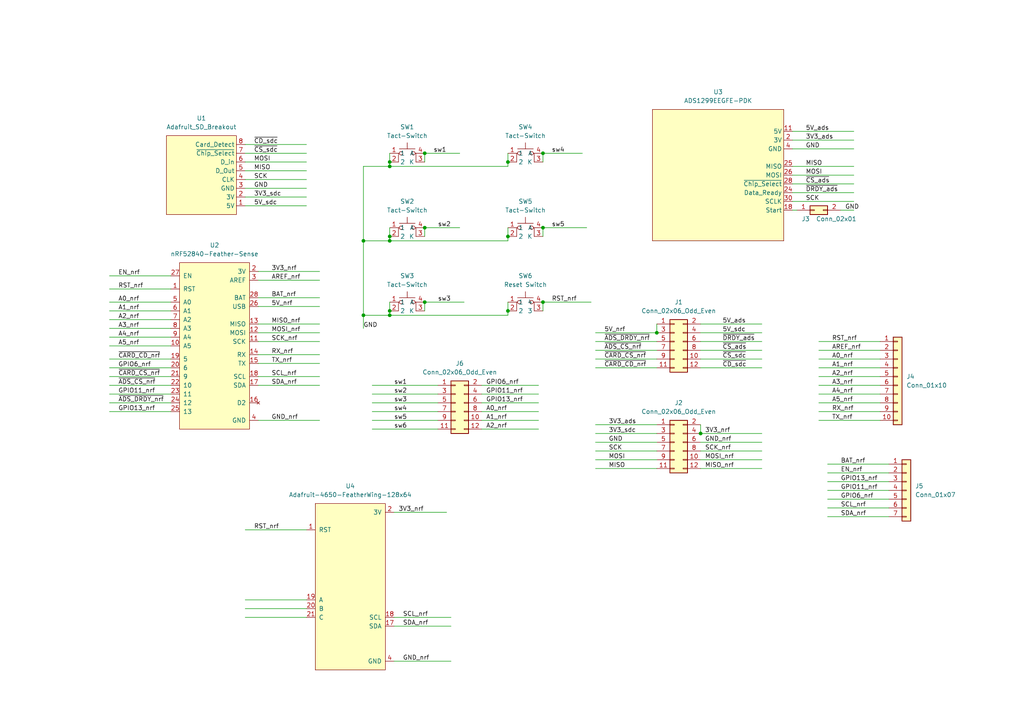
<source format=kicad_sch>
(kicad_sch (version 20211123) (generator eeschema)
  (paper "A4")
  (lib_symbols
    (symbol "ADS1299EEGFE-PDK_1"
      (property "Reference" "U" (at 8.89 20.32 0))
      (property "Value" "ADS1299EEGFE-PDK_1" (at -15.24 19.05 0))
      (symbol "ADS1299EEGFE-PDK_1_0_1"
        (rectangle (start -38.1 17.78) (end 0 -20.32) (fill (type background)))
      )
      (symbol "ADS1299EEGFE-PDK_1_1_1"
        (pin power_in line (at 2.54 11.43 180) (length 2.54) (name "5V") (number "11"))
        (pin input line (at 2.54 -11.43 180) (length 2.54) (name "Start") (number "18"))
        (pin power_in line (at 2.54 8.89 180) (length 2.54) (name "3V") (number "2"))
        (pin output line (at 2.54 -6.35 180) (length 2.54) (name "Data_Ready") (number "24"))
        (pin output line (at 2.54 1.27 180) (length 2.54) (name "MISO") (number "25"))
        (pin input line (at 2.54 -1.27 180) (length 2.54) (name "MOSI") (number "26"))
        (pin input line (at 2.54 -3.81 180) (length 2.54) (name "~{Chip_Select}") (number "28"))
        (pin input line (at 2.54 -8.89 180) (length 2.54) (name "SCLK") (number "30"))
        (pin power_in line (at 2.54 6.35 180) (length 2.54) (name "GND") (number "4"))
      )
    )
    (symbol "Adafruit_SD_Breakout_1"
      (property "Reference" "U" (at -19.05 0 0))
      (property "Value" "Adafruit_SD_Breakout_1" (at -10.16 -25.4 0))
      (symbol "Adafruit_SD_Breakout_1_0_1"
        (rectangle (start -20.32 -1.27) (end 0 -24.13) (fill (type background)))
      )
      (symbol "Adafruit_SD_Breakout_1_1_1"
        (pin power_in line (at 2.54 -21.59 180) (length 2.54) (name "5V") (number "1"))
        (pin power_in line (at 2.54 -19.05 180) (length 2.54) (name "3V") (number "2"))
        (pin power_in line (at 2.54 -16.51 180) (length 2.54) (name "GND") (number "3"))
        (pin input line (at 2.54 -13.97 180) (length 2.54) (name "CLK") (number "4"))
        (pin output line (at 2.54 -11.43 180) (length 2.54) (name "D_Out") (number "5"))
        (pin input line (at 2.54 -8.89 180) (length 2.54) (name "D_in") (number "6"))
        (pin input line (at 2.54 -6.35 180) (length 2.54) (name "~{Chip_Select}") (number "7"))
        (pin output line (at 2.54 -3.81 180) (length 2.54) (name "Card_Detect") (number "8"))
      )
    )
    (symbol "Connector_Generic:Conn_01x07" (pin_names (offset 1.016) hide)
      (property "Reference" "J" (at 0 10.16 0))
      (property "Value" "Conn_01x07" (at 0 -10.16 0))
      (symbol "Conn_01x07_1_1"
        (rectangle (start -1.27 -7.493) (end 0 -7.747) (stroke (width 0.1524)))
        (rectangle (start -1.27 -4.953) (end 0 -5.207) (stroke (width 0.1524)))
        (rectangle (start -1.27 -2.413) (end 0 -2.667) (stroke (width 0.1524)))
        (rectangle (start -1.27 0.127) (end 0 -0.127) (stroke (width 0.1524)))
        (rectangle (start -1.27 2.667) (end 0 2.413) (stroke (width 0.1524)))
        (rectangle (start -1.27 5.207) (end 0 4.953) (stroke (width 0.1524)))
        (rectangle (start -1.27 7.747) (end 0 7.493) (stroke (width 0.1524)))
        (rectangle (start -1.27 8.89) (end 1.27 -8.89) (stroke (width 0.254)) (fill (type background)))
        (pin passive line (at -5.08 7.62 0) (length 3.81) (name "Pin_1") (number "1"))
        (pin passive line (at -5.08 5.08 0) (length 3.81) (name "Pin_2") (number "2"))
        (pin passive line (at -5.08 2.54 0) (length 3.81) (name "Pin_3") (number "3"))
        (pin passive line (at -5.08 0 0) (length 3.81) (name "Pin_4") (number "4"))
        (pin passive line (at -5.08 -2.54 0) (length 3.81) (name "Pin_5") (number "5"))
        (pin passive line (at -5.08 -5.08 0) (length 3.81) (name "Pin_6") (number "6"))
        (pin passive line (at -5.08 -7.62 0) (length 3.81) (name "Pin_7") (number "7"))
      )
    )
    (symbol "Connector_Generic:Conn_01x10" (pin_names (offset 1.016) hide)
      (property "Reference" "J" (at 0 12.7 0))
      (property "Value" "Conn_01x10" (at 0 -15.24 0))
      (symbol "Conn_01x10_1_1"
        (rectangle (start -1.27 -12.573) (end 0 -12.827) (stroke (width 0.1524)))
        (rectangle (start -1.27 -10.033) (end 0 -10.287) (stroke (width 0.1524)))
        (rectangle (start -1.27 -7.493) (end 0 -7.747) (stroke (width 0.1524)))
        (rectangle (start -1.27 -4.953) (end 0 -5.207) (stroke (width 0.1524)))
        (rectangle (start -1.27 -2.413) (end 0 -2.667) (stroke (width 0.1524)))
        (rectangle (start -1.27 0.127) (end 0 -0.127) (stroke (width 0.1524)))
        (rectangle (start -1.27 2.667) (end 0 2.413) (stroke (width 0.1524)))
        (rectangle (start -1.27 5.207) (end 0 4.953) (stroke (width 0.1524)))
        (rectangle (start -1.27 7.747) (end 0 7.493) (stroke (width 0.1524)))
        (rectangle (start -1.27 10.287) (end 0 10.033) (stroke (width 0.1524)))
        (rectangle (start -1.27 11.43) (end 1.27 -13.97) (stroke (width 0.254)) (fill (type background)))
        (pin passive line (at -5.08 10.16 0) (length 3.81) (name "Pin_1") (number "1"))
        (pin passive line (at -5.08 -12.7 0) (length 3.81) (name "Pin_10") (number "10"))
        (pin passive line (at -5.08 7.62 0) (length 3.81) (name "Pin_2") (number "2"))
        (pin passive line (at -5.08 5.08 0) (length 3.81) (name "Pin_3") (number "3"))
        (pin passive line (at -5.08 2.54 0) (length 3.81) (name "Pin_4") (number "4"))
        (pin passive line (at -5.08 0 0) (length 3.81) (name "Pin_5") (number "5"))
        (pin passive line (at -5.08 -2.54 0) (length 3.81) (name "Pin_6") (number "6"))
        (pin passive line (at -5.08 -5.08 0) (length 3.81) (name "Pin_7") (number "7"))
        (pin passive line (at -5.08 -7.62 0) (length 3.81) (name "Pin_8") (number "8"))
        (pin passive line (at -5.08 -10.16 0) (length 3.81) (name "Pin_9") (number "9"))
      )
    )
    (symbol "Connector_Generic:Conn_02x01" (pin_names (offset 1.016) hide)
      (property "Reference" "J" (at 1.27 2.54 0))
      (property "Value" "Conn_02x01" (at 1.27 -2.54 0))
      (symbol "Conn_02x01_1_1"
        (rectangle (start -1.27 0.127) (end 0 -0.127) (stroke (width 0.1524)))
        (rectangle (start -1.27 1.27) (end 3.81 -1.27) (stroke (width 0.254)) (fill (type background)))
        (rectangle (start 3.81 0.127) (end 2.54 -0.127) (stroke (width 0.1524)))
        (pin passive line (at -5.08 0 0) (length 3.81) (name "Pin_1") (number "1"))
        (pin passive line (at 7.62 0 180) (length 3.81) (name "Pin_2") (number "2"))
      )
    )
    (symbol "Connector_Generic:Conn_02x06_Odd_Even" (pin_names (offset 1.016) hide)
      (property "Reference" "J" (at 1.27 7.62 0))
      (property "Value" "Conn_02x06_Odd_Even" (at 1.27 -10.16 0))
      (symbol "Conn_02x06_Odd_Even_1_1"
        (rectangle (start -1.27 -7.493) (end 0 -7.747) (stroke (width 0.1524)))
        (rectangle (start -1.27 -4.953) (end 0 -5.207) (stroke (width 0.1524)))
        (rectangle (start -1.27 -2.413) (end 0 -2.667) (stroke (width 0.1524)))
        (rectangle (start -1.27 0.127) (end 0 -0.127) (stroke (width 0.1524)))
        (rectangle (start -1.27 2.667) (end 0 2.413) (stroke (width 0.1524)))
        (rectangle (start -1.27 5.207) (end 0 4.953) (stroke (width 0.1524)))
        (rectangle (start -1.27 6.35) (end 3.81 -8.89) (stroke (width 0.254)) (fill (type background)))
        (rectangle (start 3.81 -7.493) (end 2.54 -7.747) (stroke (width 0.1524)))
        (rectangle (start 3.81 -4.953) (end 2.54 -5.207) (stroke (width 0.1524)))
        (rectangle (start 3.81 -2.413) (end 2.54 -2.667) (stroke (width 0.1524)))
        (rectangle (start 3.81 0.127) (end 2.54 -0.127) (stroke (width 0.1524)))
        (rectangle (start 3.81 2.667) (end 2.54 2.413) (stroke (width 0.1524)))
        (rectangle (start 3.81 5.207) (end 2.54 4.953) (stroke (width 0.1524)))
        (pin passive line (at -5.08 5.08 0) (length 3.81) (name "Pin_1") (number "1"))
        (pin passive line (at 7.62 -5.08 180) (length 3.81) (name "Pin_10") (number "10"))
        (pin passive line (at -5.08 -7.62 0) (length 3.81) (name "Pin_11") (number "11"))
        (pin passive line (at 7.62 -7.62 180) (length 3.81) (name "Pin_12") (number "12"))
        (pin passive line (at 7.62 5.08 180) (length 3.81) (name "Pin_2") (number "2"))
        (pin passive line (at -5.08 2.54 0) (length 3.81) (name "Pin_3") (number "3"))
        (pin passive line (at 7.62 2.54 180) (length 3.81) (name "Pin_4") (number "4"))
        (pin passive line (at -5.08 0 0) (length 3.81) (name "Pin_5") (number "5"))
        (pin passive line (at 7.62 0 180) (length 3.81) (name "Pin_6") (number "6"))
        (pin passive line (at -5.08 -2.54 0) (length 3.81) (name "Pin_7") (number "7"))
        (pin passive line (at 7.62 -2.54 180) (length 3.81) (name "Pin_8") (number "8"))
        (pin passive line (at -5.08 -5.08 0) (length 3.81) (name "Pin_9") (number "9"))
      )
    )
    (symbol "Tact-Switch_1"
      (property "Reference" "SW" (at 1.27 -2.54 0))
      (property "Value" "Tact-Switch_1" (at 1.27 1.27 0))
      (symbol "Tact-Switch_1_0_1"
        (circle (center -1.778 -5.08) (radius 0.508))
        (polyline (pts (xy -2.286 -3.81) (xy 2.286 -3.81)))
        (polyline (pts (xy 0 -3.81) (xy 0 -2.032)))
        (polyline (pts (xy -2.54 -7.62) (xy -2.54 -5.08) (xy -2.286 -5.08)))
        (polyline (pts (xy 2.54 -7.62) (xy 2.54 -5.08) (xy 2.286 -5.08)))
        (circle (center 1.778 -5.08) (radius 0.508))
        (pin passive line (at -5.08 -5.08 0) (length 2.54) (name "1") (number "1"))
        (pin passive line (at -5.08 -7.62 0) (length 2.54) (name "2") (number "2"))
        (pin passive line (at 5.08 -7.62 180) (length 2.54) (name "3") (number "3"))
        (pin passive line (at 5.08 -5.08 180) (length 2.54) (name "4") (number "4"))
      )
    )
    (symbol "VolksEEG:Adafruit-4650-FeatherWing-128x64" (pin_names (offset 1.016))
      (property "Reference" "U" (at -8.89 25.4 0))
      (property "Value" "Adafruit-4650-FeatherWing-128x64" (at 1.27 -25.4 0))
      (property "Datasheet" "https://learn.adafruit.com/adafruit-128x64-oled-featherwing/overview" (at -1.27 29.21 0))
      (symbol "Adafruit-4650-FeatherWing-128x64_0_1"
        (rectangle (start -10.16 24.13) (end 10.16 -24.13) (fill (type background)))
      )
      (symbol "Adafruit-4650-FeatherWing-128x64_1_1"
        (pin input line (at -12.7 16.51 0) (length 2.54) (name "RST") (number "1"))
        (pin bidirectional line (at 12.7 -11.43 180) (length 2.54) (name "SDA") (number "17"))
        (pin output line (at 12.7 -8.89 180) (length 2.54) (name "SCL") (number "18"))
        (pin bidirectional line (at -12.7 -3.81 0) (length 2.54) (name "A") (number "19"))
        (pin power_in line (at 12.7 21.59 180) (length 2.54) (name "3V") (number "2"))
        (pin bidirectional line (at -12.7 -6.35 0) (length 2.54) (name "B") (number "20"))
        (pin bidirectional line (at -12.7 -8.89 0) (length 2.54) (name "C") (number "21"))
        (pin power_in line (at 12.7 -21.59 180) (length 2.54) (name "GND") (number "4"))
      )
    )
    (symbol "VolksEEG:Tact-Switch"
      (property "Reference" "SW" (at 1.27 -2.54 0))
      (property "Value" "Tact-Switch" (at 1.27 1.27 0))
      (symbol "Tact-Switch_0_1"
        (circle (center -1.778 -5.08) (radius 0.508))
        (polyline (pts (xy -2.286 -3.81) (xy 2.286 -3.81)))
        (polyline (pts (xy 0 -3.81) (xy 0 -2.032)))
        (polyline (pts (xy -2.54 -7.62) (xy -2.54 -5.08) (xy -2.286 -5.08)))
        (polyline (pts (xy 2.54 -7.62) (xy 2.54 -5.08) (xy 2.286 -5.08)))
        (circle (center 1.778 -5.08) (radius 0.508))
        (pin passive line (at -5.08 -5.08 0) (length 2.54) (name "1") (number "1"))
        (pin passive line (at -5.08 -7.62 0) (length 2.54) (name "2") (number "2"))
        (pin passive line (at 5.08 -7.62 180) (length 2.54) (name "K") (number "3"))
        (pin passive line (at 5.08 -5.08 180) (length 2.54) (name "A") (number "4"))
      )
    )
    (symbol "VolksEEG:nRF52840-Feather-Sense" (pin_names (offset 1.016))
      (property "Reference" "U" (at -8.89 25.4 0))
      (property "Value" "nRF52840-Feather-Sense" (at 1.27 -25.4 0))
      (symbol "nRF52840-Feather-Sense_0_1"
        (rectangle (start -10.16 24.13) (end 10.16 -24.13) (fill (type background)))
      )
      (symbol "nRF52840-Feather-Sense_1_1"
        (pin input line (at -12.7 16.51 0) (length 2.54) (name "RST") (number "1"))
        (pin bidirectional line (at -12.7 0 0) (length 2.54) (name "A5") (number "10"))
        (pin output line (at 12.7 1.27 180) (length 2.54) (name "SCK") (number "11"))
        (pin output line (at 12.7 3.81 180) (length 2.54) (name "MOSI") (number "12"))
        (pin input line (at 12.7 6.35 180) (length 2.54) (name "MISO") (number "13"))
        (pin input line (at 12.7 -2.54 180) (length 2.54) (name "RX") (number "14"))
        (pin output line (at 12.7 -5.08 180) (length 2.54) (name "TX") (number "15"))
        (pin no_connect line (at 12.7 -16.51 180) (length 2.54) (name "D2") (number "16"))
        (pin bidirectional line (at 12.7 -11.43 180) (length 2.54) (name "SDA") (number "17"))
        (pin output line (at 12.7 -8.89 180) (length 2.54) (name "SCL") (number "18"))
        (pin bidirectional line (at -12.7 -3.81 0) (length 2.54) (name "5") (number "19"))
        (pin power_in line (at 12.7 21.59 180) (length 2.54) (name "3V") (number "2"))
        (pin bidirectional line (at -12.7 -6.35 0) (length 2.54) (name "6") (number "20"))
        (pin bidirectional line (at -12.7 -8.89 0) (length 2.54) (name "9") (number "21"))
        (pin bidirectional line (at -12.7 -11.43 0) (length 2.54) (name "10") (number "22"))
        (pin bidirectional line (at -12.7 -13.97 0) (length 2.54) (name "11") (number "23"))
        (pin bidirectional line (at -12.7 -16.51 0) (length 2.54) (name "12") (number "24"))
        (pin bidirectional line (at -12.7 -19.05 0) (length 2.54) (name "13") (number "25"))
        (pin power_out line (at 12.7 11.43 180) (length 2.54) (name "USB") (number "26"))
        (pin input line (at -12.7 20.32 0) (length 2.54) (name "EN") (number "27"))
        (pin power_out line (at 12.7 13.97 180) (length 2.54) (name "BAT") (number "28"))
        (pin power_in line (at 12.7 19.05 180) (length 2.54) (name "AREF") (number "3"))
        (pin power_in line (at 12.7 -21.59 180) (length 2.54) (name "GND") (number "4"))
        (pin bidirectional line (at -12.7 12.7 0) (length 2.54) (name "A0") (number "5"))
        (pin bidirectional line (at -12.7 10.16 0) (length 2.54) (name "A1") (number "6"))
        (pin bidirectional line (at -12.7 7.62 0) (length 2.54) (name "A2") (number "7"))
        (pin bidirectional line (at -12.7 5.08 0) (length 2.54) (name "A3") (number "8"))
        (pin bidirectional line (at -12.7 2.54 0) (length 2.54) (name "A4") (number "9"))
      )
    )
  )
  (junction (at 147.32 90.17))
  (junction (at 157.48 87.63))
  (junction (at 147.32 68.58))
  (junction (at 157.48 66.04))
  (junction (at 157.48 44.45))
  (junction (at 105.41 69.85))
  (junction (at 113.03 68.58))
  (junction (at 113.03 48.26))
  (junction (at 113.03 69.85))
  (junction (at 203.2 125.73))
  (junction (at 113.03 46.99))
  (junction (at 123.19 44.45))
  (junction (at 190.5 96.52))
  (junction (at 113.03 91.44))
  (junction (at 147.32 46.99))
  (junction (at 105.41 91.44))
  (junction (at 123.19 66.04))
  (junction (at 123.19 87.63))
  (junction (at 113.03 90.17))
  (wire (pts (xy 107.95 111.76) (xy 127 111.76)))
  (wire (pts (xy 240.03 144.78) (xy 257.81 144.78)))
  (wire (pts (xy 74.93 88.9) (xy 92.71 88.9)))
  (wire (pts (xy 203.2 106.68) (xy 220.98 106.68)))
  (wire (pts (xy 237.49 111.76) (xy 255.27 111.76)))
  (wire (pts (xy 74.93 81.28) (xy 92.71 81.28)))
  (wire (pts (xy 31.75 100.33) (xy 49.53 100.33)))
  (wire (pts (xy 172.72 125.73) (xy 190.5 125.73)))
  (wire (pts (xy 71.12 153.67) (xy 88.9 153.67)))
  (wire (pts (xy 203.2 128.27) (xy 220.98 128.27)))
  (wire (pts (xy 229.87 40.64) (xy 247.65 40.64)))
  (wire (pts (xy 172.72 135.89) (xy 190.5 135.89)))
  (wire (pts (xy 31.75 116.84) (xy 49.53 116.84)))
  (wire (pts (xy 71.12 41.91) (xy 88.9 41.91)))
  (wire (pts (xy 139.7 111.76) (xy 156.21 111.76)))
  (wire (pts (xy 172.72 128.27) (xy 190.5 128.27)))
  (wire (pts (xy 172.72 106.68) (xy 190.5 106.68)))
  (wire (pts (xy 113.03 69.85) (xy 147.32 69.85)))
  (wire (pts (xy 74.93 78.74) (xy 92.71 78.74)))
  (wire (pts (xy 139.7 119.38) (xy 156.21 119.38)))
  (wire (pts (xy 237.49 121.92) (xy 255.27 121.92)))
  (wire (pts (xy 107.95 121.92) (xy 127 121.92)))
  (wire (pts (xy 113.03 48.26) (xy 147.32 48.26)))
  (wire (pts (xy 139.7 114.3) (xy 156.21 114.3)))
  (wire (pts (xy 74.93 86.36) (xy 92.71 86.36)))
  (wire (pts (xy 237.49 109.22) (xy 255.27 109.22)))
  (wire (pts (xy 203.2 96.52) (xy 220.98 96.52)))
  (wire (pts (xy 71.12 44.45) (xy 88.9 44.45)))
  (wire (pts (xy 114.3 179.07) (xy 130.81 179.07)))
  (wire (pts (xy 113.03 87.63) (xy 113.03 90.17)))
  (wire (pts (xy 157.48 66.04) (xy 157.48 68.58)))
  (wire (pts (xy 74.93 96.52) (xy 92.71 96.52)))
  (wire (pts (xy 31.75 97.79) (xy 49.53 97.79)))
  (wire (pts (xy 113.03 68.58) (xy 113.03 69.85)))
  (wire (pts (xy 203.2 123.19) (xy 203.2 125.73)))
  (wire (pts (xy 157.48 44.45) (xy 168.91 44.45)))
  (wire (pts (xy 147.32 90.17) (xy 147.32 91.44)))
  (wire (pts (xy 107.95 124.46) (xy 127 124.46)))
  (wire (pts (xy 203.2 93.98) (xy 220.98 93.98)))
  (wire (pts (xy 105.41 69.85) (xy 113.03 69.85)))
  (wire (pts (xy 123.19 44.45) (xy 123.19 46.99)))
  (wire (pts (xy 31.75 87.63) (xy 49.53 87.63)))
  (wire (pts (xy 31.75 80.01) (xy 49.53 80.01)))
  (wire (pts (xy 157.48 66.04) (xy 170.18 66.04)))
  (wire (pts (xy 113.03 44.45) (xy 113.03 46.99)))
  (wire (pts (xy 74.93 109.22) (xy 92.71 109.22)))
  (wire (pts (xy 243.84 60.96) (xy 247.65 60.96)))
  (wire (pts (xy 237.49 116.84) (xy 255.27 116.84)))
  (wire (pts (xy 31.75 111.76) (xy 49.53 111.76)))
  (wire (pts (xy 71.12 57.15) (xy 88.9 57.15)))
  (wire (pts (xy 113.03 90.17) (xy 113.03 91.44)))
  (wire (pts (xy 71.12 49.53) (xy 88.9 49.53)))
  (wire (pts (xy 31.75 114.3) (xy 49.53 114.3)))
  (wire (pts (xy 157.48 87.63) (xy 157.48 90.17)))
  (wire (pts (xy 240.03 142.24) (xy 257.81 142.24)))
  (wire (pts (xy 240.03 139.7) (xy 257.81 139.7)))
  (wire (pts (xy 123.19 87.63) (xy 134.62 87.63)))
  (wire (pts (xy 172.72 96.52) (xy 190.5 96.52)))
  (wire (pts (xy 172.72 130.81) (xy 190.5 130.81)))
  (wire (pts (xy 229.87 43.18) (xy 247.65 43.18)))
  (wire (pts (xy 229.87 53.34) (xy 247.65 53.34)))
  (wire (pts (xy 157.48 87.63) (xy 171.45 87.63)))
  (wire (pts (xy 113.03 46.99) (xy 113.03 48.26)))
  (wire (pts (xy 31.75 109.22) (xy 49.53 109.22)))
  (wire (pts (xy 105.41 91.44) (xy 113.03 91.44)))
  (wire (pts (xy 74.93 111.76) (xy 92.71 111.76)))
  (wire (pts (xy 31.75 90.17) (xy 49.53 90.17)))
  (wire (pts (xy 237.49 104.14) (xy 255.27 104.14)))
  (wire (pts (xy 203.2 99.06) (xy 220.98 99.06)))
  (wire (pts (xy 113.03 91.44) (xy 147.32 91.44)))
  (wire (pts (xy 71.12 52.07) (xy 88.9 52.07)))
  (wire (pts (xy 71.12 54.61) (xy 88.9 54.61)))
  (wire (pts (xy 105.41 91.44) (xy 105.41 95.25)))
  (wire (pts (xy 147.32 66.04) (xy 147.32 68.58)))
  (wire (pts (xy 172.72 104.14) (xy 190.5 104.14)))
  (wire (pts (xy 114.3 148.59) (xy 129.54 148.59)))
  (wire (pts (xy 71.12 173.99) (xy 88.9 173.99)))
  (wire (pts (xy 229.87 55.88) (xy 247.65 55.88)))
  (wire (pts (xy 172.72 101.6) (xy 190.5 101.6)))
  (wire (pts (xy 172.72 123.19) (xy 190.5 123.19)))
  (wire (pts (xy 237.49 114.3) (xy 255.27 114.3)))
  (wire (pts (xy 203.2 125.73) (xy 220.98 125.73)))
  (wire (pts (xy 71.12 176.53) (xy 88.9 176.53)))
  (wire (pts (xy 237.49 119.38) (xy 255.27 119.38)))
  (wire (pts (xy 139.7 121.92) (xy 156.21 121.92)))
  (wire (pts (xy 157.48 44.45) (xy 157.48 46.99)))
  (wire (pts (xy 147.32 46.99) (xy 147.32 48.26)))
  (wire (pts (xy 105.41 69.85) (xy 105.41 91.44)))
  (wire (pts (xy 114.3 191.77) (xy 130.81 191.77)))
  (wire (pts (xy 123.19 66.04) (xy 123.19 68.58)))
  (wire (pts (xy 71.12 59.69) (xy 88.9 59.69)))
  (wire (pts (xy 240.03 149.86) (xy 257.81 149.86)))
  (wire (pts (xy 240.03 137.16) (xy 257.81 137.16)))
  (wire (pts (xy 190.5 93.98) (xy 190.5 96.52)))
  (wire (pts (xy 71.12 179.07) (xy 88.9 179.07)))
  (wire (pts (xy 229.87 38.1) (xy 247.65 38.1)))
  (wire (pts (xy 229.87 50.8) (xy 247.65 50.8)))
  (wire (pts (xy 147.32 87.63) (xy 147.32 90.17)))
  (wire (pts (xy 123.19 66.04) (xy 133.35 66.04)))
  (wire (pts (xy 74.93 105.41) (xy 92.71 105.41)))
  (wire (pts (xy 203.2 101.6) (xy 220.98 101.6)))
  (wire (pts (xy 139.7 124.46) (xy 156.21 124.46)))
  (wire (pts (xy 237.49 101.6) (xy 255.27 101.6)))
  (wire (pts (xy 31.75 92.71) (xy 49.53 92.71)))
  (wire (pts (xy 114.3 181.61) (xy 130.81 181.61)))
  (wire (pts (xy 31.75 119.38) (xy 49.53 119.38)))
  (wire (pts (xy 203.2 135.89) (xy 220.98 135.89)))
  (wire (pts (xy 172.72 133.35) (xy 190.5 133.35)))
  (wire (pts (xy 240.03 147.32) (xy 257.81 147.32)))
  (wire (pts (xy 172.72 99.06) (xy 190.5 99.06)))
  (wire (pts (xy 105.41 48.26) (xy 105.41 69.85)))
  (wire (pts (xy 31.75 104.14) (xy 49.53 104.14)))
  (wire (pts (xy 237.49 106.68) (xy 255.27 106.68)))
  (wire (pts (xy 107.95 114.3) (xy 127 114.3)))
  (wire (pts (xy 31.75 95.25) (xy 49.53 95.25)))
  (wire (pts (xy 31.75 83.82) (xy 49.53 83.82)))
  (wire (pts (xy 203.2 104.14) (xy 220.98 104.14)))
  (wire (pts (xy 229.87 48.26) (xy 247.65 48.26)))
  (wire (pts (xy 147.32 68.58) (xy 147.32 69.85)))
  (wire (pts (xy 123.19 87.63) (xy 123.19 90.17)))
  (wire (pts (xy 229.87 58.42) (xy 247.65 58.42)))
  (wire (pts (xy 74.93 93.98) (xy 92.71 93.98)))
  (wire (pts (xy 139.7 116.84) (xy 156.21 116.84)))
  (wire (pts (xy 123.19 44.45) (xy 133.35 44.45)))
  (wire (pts (xy 107.95 116.84) (xy 127 116.84)))
  (wire (pts (xy 240.03 134.62) (xy 257.81 134.62)))
  (wire (pts (xy 229.87 60.96) (xy 231.14 60.96)))
  (wire (pts (xy 203.2 133.35) (xy 220.98 133.35)))
  (wire (pts (xy 113.03 48.26) (xy 105.41 48.26)))
  (wire (pts (xy 74.93 102.87) (xy 92.71 102.87)))
  (wire (pts (xy 74.93 121.92) (xy 92.71 121.92)))
  (wire (pts (xy 107.95 119.38) (xy 127 119.38)))
  (wire (pts (xy 113.03 66.04) (xy 113.03 68.58)))
  (wire (pts (xy 71.12 46.99) (xy 88.9 46.99)))
  (wire (pts (xy 147.32 44.45) (xy 147.32 46.99)))
  (wire (pts (xy 203.2 130.81) (xy 220.98 130.81)))
  (wire (pts (xy 31.75 106.68) (xy 49.53 106.68)))
  (wire (pts (xy 237.49 99.06) (xy 255.27 99.06)))
  (wire (pts (xy 74.93 99.06) (xy 92.71 99.06)))
  (label "~{CARD_CD_nrf}" (at 175.26 106.68 0))
  (label "A0_nrf" (at 241.3 104.14 0))
  (label "GPIO6_nrf" (at 243.84 144.78 0))
  (label "A4_nrf" (at 34.29 97.79 0))
  (label "AREF_nrf" (at 241.3 101.6 0))
  (label "sw2" (at 127 66.04 0))
  (label "A2_nrf" (at 241.3 109.22 0))
  (label "5V_nrf" (at 78.74 88.9 0))
  (label "MOSI" (at 73.66 46.99 0))
  (label "A1_nrf" (at 140.97 121.92 0))
  (label "~{CS_ads}" (at 209.55 101.6 0))
  (label "~{DRDY_ads}" (at 209.55 99.06 0))
  (label "MISO" (at 233.68 48.26 0))
  (label "sw6" (at 114.3 124.46 0))
  (label "~{ADS_CS_nrf}" (at 34.29 111.76 0))
  (label "RX_nrf" (at 241.3 119.38 0))
  (label "sw1" (at 114.3 111.76 0))
  (label "~{DRDY_ads}" (at 233.68 55.88 0))
  (label "GPIO6_nrf" (at 140.97 111.76 0))
  (label "sw1" (at 125.73 44.45 0))
  (label "GND_nrf" (at 204.47 128.27 0))
  (label "MOSI" (at 233.68 50.8 0))
  (label "A3_nrf" (at 241.3 111.76 0))
  (label "sw3" (at 114.3 116.84 0))
  (label "sw4" (at 114.3 119.38 0))
  (label "GND_nrf" (at 116.84 191.77 0))
  (label "GPIO11_nrf" (at 140.97 114.3 0))
  (label "RST_nrf" (at 34.29 83.82 0))
  (label "A3_nrf" (at 34.29 95.25 0))
  (label "GND" (at 245.11 60.96 0))
  (label "RX_nrf" (at 78.74 102.87 0))
  (label "GND" (at 73.66 54.61 0))
  (label "A1_nrf" (at 34.29 90.17 0))
  (label "GND" (at 233.68 43.18 0))
  (label "5V_ads" (at 209.55 93.98 0))
  (label "SDA_nrf" (at 116.84 181.61 0))
  (label "sw4" (at 160.02 44.45 0))
  (label "5V_sdc" (at 209.55 96.52 0))
  (label "MOSI_nrf" (at 78.74 96.52 0))
  (label "~{CD_sdc}" (at 73.66 41.91 0))
  (label "BAT_nrf" (at 243.84 134.62 0))
  (label "~{CS_sdc}" (at 73.66 44.45 0))
  (label "sw2" (at 114.3 114.3 0))
  (label "3V3_nrf" (at 204.47 125.73 0))
  (label "GPIO13_nrf" (at 243.84 139.7 0))
  (label "3V3_sdc" (at 176.53 125.73 0))
  (label "SCL_nrf" (at 116.84 179.07 0))
  (label "GPIO11_nrf" (at 34.29 114.3 0))
  (label "A1_nrf" (at 241.3 106.68 0))
  (label "GPIO11_nrf" (at 243.84 142.24 0))
  (label "GND" (at 105.41 95.25 0))
  (label "MOSI" (at 176.53 133.35 0))
  (label "A5_nrf" (at 241.3 116.84 0))
  (label "~{CS_ads}" (at 233.68 53.34 0))
  (label "GPIO6_nrf" (at 34.29 106.68 0))
  (label "A0_nrf" (at 140.97 119.38 0))
  (label "MISO" (at 176.53 135.89 0))
  (label "A2_nrf" (at 140.97 124.46 0))
  (label "SCL_nrf" (at 78.74 109.22 0))
  (label "RST_nrf" (at 160.02 87.63 0))
  (label "SCK_nrf" (at 204.47 130.81 0))
  (label "BAT_nrf" (at 78.74 86.36 0))
  (label "SCK" (at 73.66 52.07 0))
  (label "5V_ads" (at 233.68 38.1 0))
  (label "RST_nrf" (at 241.3 99.06 0))
  (label "~{CARD_CS_nrf}" (at 175.26 104.14 0))
  (label "3V3_ads" (at 233.68 40.64 0))
  (label "TX_nrf" (at 241.3 121.92 0))
  (label "SDA_nrf" (at 78.74 111.76 0))
  (label "~{ADS_DRDY_nrf}" (at 175.26 99.06 0))
  (label "GPIO13_nrf" (at 140.97 116.84 0))
  (label "~{CD_sdc}" (at 209.55 106.68 0))
  (label "EN_nrf" (at 243.84 137.16 0))
  (label "sw5" (at 160.02 66.04 0))
  (label "TX_nrf" (at 78.74 105.41 0))
  (label "SCL_nrf" (at 243.84 147.32 0))
  (label "GPIO13_nrf" (at 34.29 119.38 0))
  (label "MOSI_nrf" (at 204.47 133.35 0))
  (label "EN_nrf" (at 34.29 80.01 0))
  (label "AREF_nrf" (at 78.74 81.28 0))
  (label "GND_nrf" (at 78.74 121.92 0))
  (label "~{CARD_CD_nrf}" (at 34.29 104.14 0))
  (label "A2_nrf" (at 34.29 92.71 0))
  (label "5V_sdc" (at 73.66 59.69 0))
  (label "SCK_nrf" (at 78.74 99.06 0))
  (label "SDA_nrf" (at 243.84 149.86 0))
  (label "A5_nrf" (at 34.29 100.33 0))
  (label "MISO_nrf" (at 204.47 135.89 0))
  (label "~{CS_sdc}" (at 209.55 104.14 0))
  (label "3V3_ads" (at 176.53 123.19 0))
  (label "MISO" (at 73.66 49.53 0))
  (label "SCK" (at 176.53 130.81 0))
  (label "MISO_nrf" (at 78.74 93.98 0))
  (label "3V3_sdc" (at 73.66 57.15 0))
  (label "~{CARD_CS_nrf}" (at 34.29 109.22 0))
  (label "5V_nrf" (at 175.26 96.52 0))
  (label "SCK" (at 233.68 58.42 0))
  (label "A0_nrf" (at 34.29 87.63 0))
  (label "3V3_nrf" (at 115.57 148.59 0))
  (label "~{ADS_DRDY_nrf}" (at 34.29 116.84 0))
  (label "GND" (at 176.53 128.27 0))
  (label "~{ADS_CS_nrf}" (at 175.26 101.6 0))
  (label "A4_nrf" (at 241.3 114.3 0))
  (label "3V3_nrf" (at 78.74 78.74 0))
  (label "sw5" (at 114.3 121.92 0))
  (label "RST_nrf" (at 73.66 153.67 0))
  (label "sw3" (at 127 87.63 0))
  (symbol (lib_id "Connector_Generic:Conn_02x01") (at 236.22 60.96 0) (unit 1)
    (property "Reference" "J3" (at 233.68 63.5 0))
    (property "Value" "Conn_02x01" (at 242.57 63.5 0))
    (property "Footprint" "Connector_PinHeader_2.54mm:PinHeader_1x02_P2.54mm_Vertical" (effects hide))
  )
  (symbol (lib_id "VolksEEG:Tact-Switch") (at 152.4 60.96 0) (unit 1)
    (property "Reference" "SW5" (at 152.4 58.42 0))
    (property "Value" "Tact-Switch" (at 152.4 60.96 0))
    (property "Footprint" "VolksEEG:Sparkfun Tactile Switch" (effects hide))
    (property "Datasheet" "https://www.sparkfun.com/datasheets/Components/Buttons/TSA12110%20TACT%20SWITCH.jpg" (effects hide))
  )
  (symbol (lib_id "Connector_Generic:Conn_01x07") (at 262.89 142.24 0) (unit 1)
    (property "Reference" "J5" (at 265.43 140.9699 0) (effects (justify left)))
    (property "Value" "Conn_01x07" (at 265.43 143.5099 0) (effects (justify left)))
    (property "Footprint" "Connector_PinHeader_2.54mm:PinHeader_1x07_P2.54mm_Vertical" (effects hide))
  )
  (symbol (lib_id "Connector_Generic:Conn_02x06_Odd_Even") (at 195.58 99.06 0) (unit 1)
    (property "Reference" "J1" (at 196.85 87.63 0))
    (property "Value" "Conn_02x06_Odd_Even" (at 196.85 90.17 0))
    (property "Footprint" "Connector_PinHeader_2.54mm:PinHeader_2x06_P2.54mm_Vertical" (effects hide))
  )
  (symbol (lib_name "Tact-Switch_1") (lib_id "VolksEEG:Tact-Switch") (at 152.4 82.55 0) (unit 1)
    (property "Reference" "SW6" (at 152.4 80.01 0))
    (property "Value" "Reset Switch" (at 152.4 82.55 0))
    (property "Footprint" "VolksEEG:Sparkfun Tactile Switch" (effects hide))
    (property "Datasheet" "https://www.sparkfun.com/datasheets/Components/Buttons/TSA12110%20TACT%20SWITCH.jpg" (effects hide))
  )
  (symbol (lib_name "ADS1299EEGFE-PDK_1") (lib_id "VolksEEG:ADS1299EEGFE-PDK") (at 227.33 49.53 0) (unit 1)
    (property "Reference" "U3" (at 208.28 26.67 0))
    (property "Value" "ADS1299EEGFE-PDK" (at 208.28 29.21 0))
    (property "Footprint" "VolksEEG:ADS1299EEGFE-PDK" (effects hide))
  )
  (symbol (lib_id "Connector_Generic:Conn_02x06_Odd_Even") (at 195.58 128.27 0) (unit 1)
    (property "Reference" "J2" (at 196.85 116.84 0))
    (property "Value" "Conn_02x06_Odd_Even" (at 196.85 119.38 0))
    (property "Footprint" "Connector_PinHeader_2.54mm:PinHeader_2x06_P2.54mm_Vertical" (effects hide))
  )
  (symbol (lib_name "Adafruit_SD_Breakout_1") (lib_id "VolksEEG:Adafruit_SD_Breakout") (at 68.58 38.1 0) (unit 1)
    (property "Reference" "U1" (at 58.42 34.29 0))
    (property "Value" "Adafruit_SD_Breakout" (at 58.42 36.83 0))
    (property "Footprint" "VolksEEG:Adafruit_SD_Breakout" (effects hide))
    (property "Datasheet" "https://learn.adafruit.com/adafruit-micro-sd-breakout-board-card-tutorial/download" (effects hide))
    (property "Website" "https://www.adafruit.com/product/254" (effects hide))
    (property "Part Number" "254" (effects hide))
    (property "Manufacturer" "Adafruit" (effects hide))
  )
  (symbol (lib_id "VolksEEG:Tact-Switch") (at 118.11 39.37 0) (unit 1)
    (property "Reference" "SW1" (at 118.11 36.83 0))
    (property "Value" "Tact-Switch" (at 118.11 39.37 0))
    (property "Footprint" "VolksEEG:Sparkfun Tactile Switch" (effects hide))
    (property "Datasheet" "https://www.sparkfun.com/datasheets/Components/Buttons/TSA12110%20TACT%20SWITCH.jpg" (effects hide))
  )
  (symbol (lib_id "VolksEEG:nRF52840-Feather-Sense") (at 62.23 100.33 0) (unit 1)
    (property "Reference" "U2" (at 62.23 71.12 0))
    (property "Value" "nRF52840-Feather-Sense" (at 62.23 73.66 0))
    (property "Footprint" "VolksEEG:nRF52840_Feather_Sense" (effects hide))
    (property "Datasheet" "https://cdn-learn.adafruit.com/downloads/pdf/adafruit-feather-sense.pdf" (effects hide))
  )
  (symbol (lib_id "VolksEEG:Tact-Switch") (at 118.11 82.55 0) (unit 1)
    (property "Reference" "SW3" (at 118.11 80.01 0))
    (property "Value" "Tact-Switch" (at 118.11 82.55 0))
    (property "Footprint" "VolksEEG:Sparkfun Tactile Switch" (effects hide))
    (property "Datasheet" "https://www.sparkfun.com/datasheets/Components/Buttons/TSA12110%20TACT%20SWITCH.jpg" (effects hide))
  )
  (symbol (lib_id "VolksEEG:Adafruit-4650-FeatherWing-128x64") (at 101.6 170.18 0) (unit 1)
    (property "Reference" "U4" (at 101.6 140.97 0))
    (property "Value" "Adafruit-4650-FeatherWing-128x64" (at 101.6 143.51 0))
    (property "Footprint" "VolksEEG:nRF52840_Feather_Sense" (effects hide))
    (property "Datasheet" "https://learn.adafruit.com/adafruit-128x64-oled-featherwing/overview" (effects hide))
  )
  (symbol (lib_id "Connector_Generic:Conn_01x10") (at 260.35 109.22 0) (unit 1)
    (property "Reference" "J4" (at 262.89 109.2199 0) (effects (justify left)))
    (property "Value" "Conn_01x10" (at 262.89 111.7599 0) (effects (justify left)))
    (property "Footprint" "Connector_PinHeader_2.54mm:PinHeader_1x10_P2.54mm_Vertical" (effects hide))
  )
  (symbol (lib_id "VolksEEG:Tact-Switch") (at 152.4 39.37 0) (unit 1)
    (property "Reference" "SW4" (at 152.4 36.83 0))
    (property "Value" "Tact-Switch" (at 152.4 39.37 0))
    (property "Footprint" "VolksEEG:Sparkfun Tactile Switch" (effects hide))
    (property "Datasheet" "https://www.sparkfun.com/datasheets/Components/Buttons/TSA12110%20TACT%20SWITCH.jpg" (effects hide))
  )
  (symbol (lib_id "VolksEEG:Tact-Switch") (at 118.11 60.96 0) (unit 1)
    (property "Reference" "SW2" (at 118.11 58.42 0))
    (property "Value" "Tact-Switch" (at 118.11 60.96 0))
    (property "Footprint" "VolksEEG:Sparkfun Tactile Switch" (effects hide))
    (property "Datasheet" "https://www.sparkfun.com/datasheets/Components/Buttons/TSA12110%20TACT%20SWITCH.jpg" (effects hide))
  )
  (symbol (lib_id "Connector_Generic:Conn_02x06_Odd_Even") (at 132.08 116.84 0) (unit 1)
    (property "Reference" "J6" (at 133.35 105.41 0))
    (property "Value" "Conn_02x06_Odd_Even" (at 133.35 107.95 0))
    (property "Footprint" "VolksEEG:6-Jumper Header" (effects hide))
  )
)
</source>
